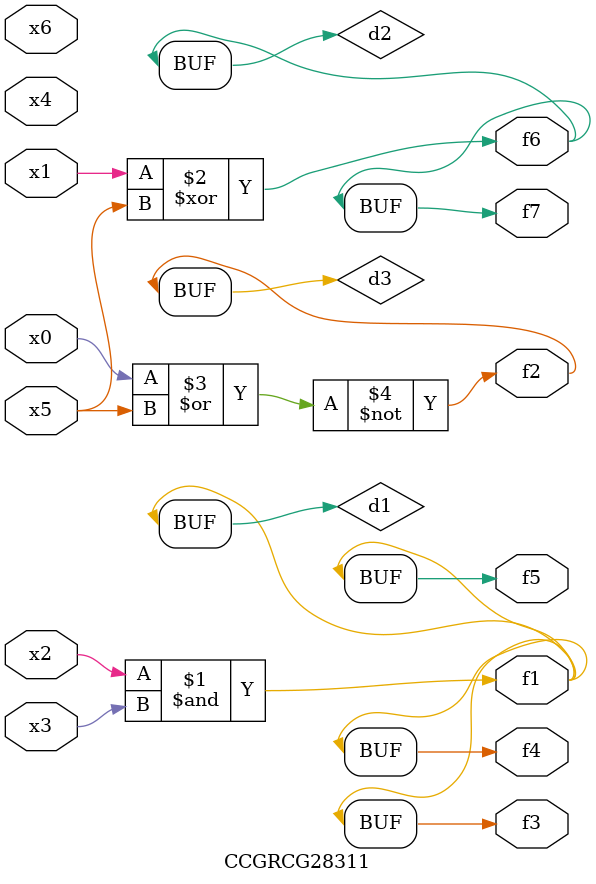
<source format=v>
module CCGRCG28311(
	input x0, x1, x2, x3, x4, x5, x6,
	output f1, f2, f3, f4, f5, f6, f7
);

	wire d1, d2, d3;

	and (d1, x2, x3);
	xor (d2, x1, x5);
	nor (d3, x0, x5);
	assign f1 = d1;
	assign f2 = d3;
	assign f3 = d1;
	assign f4 = d1;
	assign f5 = d1;
	assign f6 = d2;
	assign f7 = d2;
endmodule

</source>
